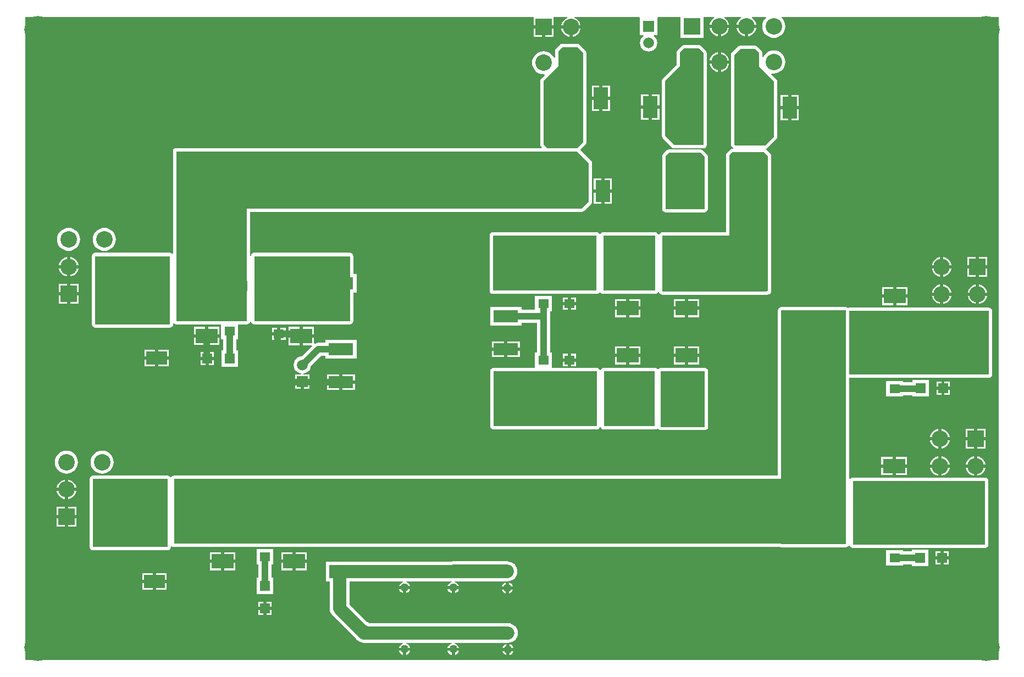
<source format=gtl>
G04*
G04 #@! TF.GenerationSoftware,Altium Limited,Altium Designer,24.2.2 (26)*
G04*
G04 Layer_Physical_Order=1*
G04 Layer_Color=255*
%FSLAX44Y44*%
%MOMM*%
G71*
G04*
G04 #@! TF.SameCoordinates,1BD910DE-209E-4C6D-8DAE-2763C1CA0569*
G04*
G04*
G04 #@! TF.FilePolarity,Positive*
G04*
G01*
G75*
%ADD27R,3.8100X1.9050*%
%ADD28R,1.5240X1.5240*%
%ADD29R,1.5240X1.5240*%
%ADD30R,3.2000X2.0000*%
%ADD31R,2.5400X2.5400*%
%ADD32R,5.1000X2.3000*%
%ADD33R,1.6000X1.4000*%
%ADD34R,3.4000X2.3000*%
%ADD35R,2.3000X5.1000*%
%ADD36R,2.3000X3.4000*%
%ADD37R,1.4000X1.6000*%
%ADD57C,2.0000*%
%ADD58C,1.0000*%
%ADD59R,6.7400X8.6000*%
%ADD60R,7.9000X8.5000*%
%ADD61R,15.9000X8.5000*%
%ADD62R,16.1400X8.6000*%
%ADD63R,8.0000X8.5000*%
%ADD64R,16.0000X8.5000*%
%ADD65R,14.7600X10.0000*%
%ADD66R,10.8600X19.1100*%
%ADD67R,11.5000X10.5000*%
%ADD68R,20.4000X9.8000*%
%ADD69R,21.5000X9.8000*%
%ADD70R,101.5000X10.0000*%
%ADD71R,10.0000X36.0400*%
%ADD72C,2.5400*%
%ADD73R,2.5400X2.5400*%
%ADD74R,1.7780X1.7780*%
%ADD75R,1.6700X1.6700*%
%ADD76C,1.6700*%
%ADD77C,1.2700*%
%ADD78R,1.2700X1.2700*%
%ADD79C,4.2000*%
G36*
X1505182Y6118D02*
X6118D01*
X6118Y997182D01*
X787888D01*
X789022Y996855D01*
X789022Y995912D01*
Y984115D01*
X819502D01*
Y995912D01*
X819502Y996855D01*
X820637Y997182D01*
X840707D01*
X840895Y995912D01*
X840402Y995763D01*
X837755Y994348D01*
X835434Y992443D01*
X833529Y990123D01*
X832114Y987475D01*
X831243Y984602D01*
X831195Y984115D01*
X861330D01*
X861282Y984602D01*
X860410Y987475D01*
X858995Y990123D01*
X857091Y992443D01*
X854770Y994348D01*
X852123Y995763D01*
X851629Y995912D01*
X851818Y997182D01*
X951725D01*
X952650Y996350D01*
X952650Y995912D01*
Y969650D01*
X957688D01*
X958119Y968380D01*
X956479Y967121D01*
X954339Y964333D01*
X952994Y961085D01*
X952535Y957600D01*
X952994Y954115D01*
X954339Y950867D01*
X956479Y948079D01*
X959267Y945939D01*
X962515Y944594D01*
X966000Y944135D01*
X969485Y944594D01*
X972733Y945939D01*
X975521Y948079D01*
X977661Y950867D01*
X979006Y954115D01*
X979465Y957600D01*
X979006Y961085D01*
X977661Y964333D01*
X975521Y967121D01*
X973881Y968380D01*
X974312Y969650D01*
X979350D01*
Y995912D01*
X979350Y996350D01*
X980275Y997182D01*
X1015055D01*
Y965193D01*
X1050455D01*
Y997182D01*
X1066465D01*
X1066783Y995912D01*
X1066247Y995626D01*
X1063926Y993721D01*
X1062022Y991401D01*
X1060607Y988753D01*
X1059735Y985880D01*
X1059687Y985393D01*
X1089822D01*
X1089774Y985880D01*
X1088903Y988753D01*
X1087488Y991401D01*
X1085583Y993721D01*
X1083263Y995626D01*
X1082726Y995912D01*
X1083044Y997182D01*
X1108465D01*
X1108783Y995912D01*
X1108247Y995626D01*
X1105926Y993721D01*
X1104022Y991401D01*
X1102607Y988753D01*
X1101735Y985880D01*
X1101687Y985393D01*
X1131822D01*
X1131774Y985880D01*
X1130903Y988753D01*
X1129488Y991401D01*
X1127583Y993721D01*
X1125263Y995626D01*
X1124726Y995912D01*
X1125044Y997182D01*
X1146381D01*
X1146809Y995987D01*
X1146178Y995469D01*
X1143967Y992774D01*
X1142323Y989699D01*
X1141311Y986363D01*
X1140969Y982893D01*
X1141311Y979423D01*
X1142323Y976087D01*
X1143967Y973012D01*
X1146178Y970316D01*
X1148874Y968105D01*
X1151948Y966461D01*
X1155285Y965449D01*
X1158755Y965107D01*
X1162225Y965449D01*
X1165561Y966461D01*
X1168636Y968105D01*
X1171331Y970316D01*
X1173543Y973012D01*
X1175187Y976087D01*
X1176199Y979423D01*
X1176540Y982893D01*
X1176199Y986363D01*
X1175187Y989699D01*
X1173543Y992774D01*
X1171331Y995469D01*
X1170701Y995987D01*
X1171128Y997182D01*
X1505182D01*
X1505182Y6118D01*
D02*
G37*
%LPC*%
G36*
X1131822Y980393D02*
X1119255D01*
Y967825D01*
X1119742Y967873D01*
X1122615Y968745D01*
X1125263Y970160D01*
X1127583Y972064D01*
X1129488Y974385D01*
X1130903Y977032D01*
X1131774Y979905D01*
X1131822Y980393D01*
D02*
G37*
G36*
X1114255D02*
X1101687D01*
X1101735Y979905D01*
X1102607Y977032D01*
X1104022Y974385D01*
X1105926Y972064D01*
X1108247Y970160D01*
X1110894Y968745D01*
X1113767Y967873D01*
X1114255Y967825D01*
Y980393D01*
D02*
G37*
G36*
X1089822D02*
X1077255D01*
Y967825D01*
X1077742Y967873D01*
X1080615Y968745D01*
X1083263Y970160D01*
X1085583Y972064D01*
X1087488Y974385D01*
X1088903Y977032D01*
X1089774Y979905D01*
X1089822Y980393D01*
D02*
G37*
G36*
X1072255D02*
X1059687D01*
X1059735Y979905D01*
X1060607Y977032D01*
X1062022Y974385D01*
X1063926Y972064D01*
X1066247Y970160D01*
X1068895Y968745D01*
X1071767Y967873D01*
X1072255Y967825D01*
Y980393D01*
D02*
G37*
G36*
X861330Y979115D02*
X848762D01*
Y966547D01*
X849250Y966595D01*
X852123Y967467D01*
X854770Y968882D01*
X857091Y970786D01*
X858995Y973107D01*
X860410Y975754D01*
X861282Y978627D01*
X861330Y979115D01*
D02*
G37*
G36*
X843762D02*
X831195D01*
X831243Y978627D01*
X832114Y975754D01*
X833529Y973107D01*
X835434Y970786D01*
X837755Y968882D01*
X840402Y967467D01*
X843275Y966595D01*
X843762Y966547D01*
Y979115D01*
D02*
G37*
G36*
X819502D02*
X806762D01*
Y966375D01*
X819502D01*
Y979115D01*
D02*
G37*
G36*
X801762D02*
X789022D01*
Y966375D01*
X801762D01*
Y979115D01*
D02*
G37*
G36*
X856000Y956098D02*
X833000D01*
X831049Y955710D01*
X829395Y954605D01*
X823395Y948605D01*
X822290Y946951D01*
X821902Y945000D01*
Y934110D01*
X821762Y934035D01*
X820096Y934541D01*
X819051Y936496D01*
X816839Y939191D01*
X814144Y941403D01*
X811069Y943047D01*
X807732Y944059D01*
X804262Y944400D01*
X800792Y944059D01*
X797456Y943047D01*
X794381Y941403D01*
X791686Y939191D01*
X789474Y936496D01*
X787831Y933421D01*
X786818Y930085D01*
X786477Y926615D01*
X786818Y923145D01*
X787831Y919809D01*
X789474Y916734D01*
X791686Y914038D01*
X794381Y911827D01*
X797456Y910183D01*
X800792Y909171D01*
X804262Y908829D01*
X805000Y908902D01*
X805543Y907754D01*
X800395Y902606D01*
X799290Y900953D01*
X798902Y899002D01*
X798902Y801000D01*
X799290Y799049D01*
X800395Y797395D01*
X801519Y796271D01*
X801033Y795098D01*
X238400Y795099D01*
X236449Y794711D01*
X234795Y793606D01*
X233690Y791952D01*
X233302Y790001D01*
X233302Y719600D01*
X233302Y719600D01*
Y709333D01*
X233302Y701999D01*
X233302Y701999D01*
Y632449D01*
X232032Y632064D01*
X232005Y632105D01*
X230351Y633210D01*
X228400Y633598D01*
X113400D01*
X111449Y633210D01*
X109795Y632105D01*
X108690Y630451D01*
X108302Y628500D01*
Y523500D01*
X108690Y521549D01*
X109795Y519895D01*
X111449Y518790D01*
X113400Y518402D01*
X228400D01*
X230351Y518790D01*
X232005Y519895D01*
X233110Y521549D01*
X233498Y523500D01*
Y524551D01*
X234768Y524936D01*
X234795Y524895D01*
X236449Y523790D01*
X238400Y523402D01*
X307400D01*
Y500600D01*
X310314D01*
Y483220D01*
X307780D01*
Y457980D01*
X333020D01*
Y483220D01*
X330486D01*
Y500600D01*
X333400D01*
Y523402D01*
X347000D01*
X348951Y523790D01*
X350605Y524895D01*
X351710Y526549D01*
X352098Y528500D01*
X353302D01*
X353690Y526549D01*
X354795Y524895D01*
X356449Y523790D01*
X358400Y523402D01*
X506000D01*
X507951Y523790D01*
X509605Y524895D01*
X510710Y526549D01*
X511098Y528500D01*
Y571975D01*
X516050D01*
Y601025D01*
X511098D01*
Y628500D01*
X510710Y630451D01*
X509605Y632105D01*
X507951Y633210D01*
X506000Y633598D01*
X358400D01*
X356449Y633210D01*
X354795Y632105D01*
X353690Y630451D01*
X353368Y628832D01*
X352098Y628957D01*
Y696901D01*
X863000Y696902D01*
X864951Y697290D01*
X866605Y698395D01*
X877605Y709395D01*
X878710Y711049D01*
X879098Y713000D01*
Y772000D01*
X878710Y773951D01*
X877605Y775605D01*
X860710Y792500D01*
X868605Y800395D01*
X869710Y802049D01*
X869998Y803500D01*
X870500D01*
Y836500D01*
X870098D01*
Y942000D01*
X869710Y943951D01*
X868605Y945605D01*
X859605Y954605D01*
X857951Y955710D01*
X856000Y956098D01*
D02*
G37*
G36*
X1077255Y942960D02*
Y930393D01*
X1089822D01*
X1089774Y930880D01*
X1088903Y933753D01*
X1087488Y936401D01*
X1085583Y938721D01*
X1083263Y940626D01*
X1080615Y942041D01*
X1077742Y942912D01*
X1077255Y942960D01*
D02*
G37*
G36*
X1072255D02*
X1071767Y942912D01*
X1068895Y942041D01*
X1066247Y940626D01*
X1063926Y938721D01*
X1062022Y936401D01*
X1060607Y933753D01*
X1059735Y930880D01*
X1059687Y930393D01*
X1072255D01*
Y942960D01*
D02*
G37*
G36*
X1089822Y925393D02*
X1077255D01*
Y912825D01*
X1077742Y912873D01*
X1080615Y913745D01*
X1083263Y915160D01*
X1085583Y917064D01*
X1087488Y919385D01*
X1088903Y922032D01*
X1089774Y924905D01*
X1089822Y925393D01*
D02*
G37*
G36*
X1072255D02*
X1059687D01*
X1059735Y924905D01*
X1060607Y922032D01*
X1062022Y919385D01*
X1063926Y917064D01*
X1066247Y915160D01*
X1068895Y913745D01*
X1071767Y912873D01*
X1072255Y912825D01*
Y925393D01*
D02*
G37*
G36*
X1130000Y953098D02*
X1107000D01*
X1105049Y952710D01*
X1103395Y951605D01*
X1094395Y942605D01*
X1093290Y940951D01*
X1092902Y939000D01*
Y801000D01*
X1093290Y799049D01*
X1094395Y797395D01*
X1096395Y795395D01*
X1096436Y795368D01*
X1096051Y794098D01*
X1095000D01*
X1093049Y793710D01*
X1091395Y792605D01*
X1086395Y787605D01*
X1085290Y785951D01*
X1084902Y784000D01*
X1084902Y665398D01*
X987000D01*
X985049Y665010D01*
X983395Y663905D01*
X982290Y662251D01*
X982147Y661534D01*
X980853D01*
X980710Y662251D01*
X979605Y663905D01*
X977951Y665010D01*
X976000Y665398D01*
X896000D01*
X894049Y665010D01*
X892395Y663905D01*
X891764Y662960D01*
X890236D01*
X889605Y663905D01*
X887951Y665010D01*
X886000Y665398D01*
X726000D01*
X724049Y665010D01*
X722395Y663905D01*
X721290Y662251D01*
X720902Y660300D01*
Y575300D01*
X721290Y573349D01*
X721950Y572361D01*
Y571975D01*
X722208D01*
X722395Y571695D01*
X724049Y570590D01*
X726000Y570202D01*
X886000D01*
X887951Y570590D01*
X889605Y571695D01*
X890236Y572640D01*
X891764D01*
X892395Y571695D01*
X894049Y570590D01*
X896000Y570202D01*
X976000D01*
X977951Y570590D01*
X979605Y571695D01*
X980710Y573349D01*
X980753Y573566D01*
X982048D01*
X982290Y572349D01*
X983395Y570695D01*
X985049Y569590D01*
X987000Y569202D01*
X1148400D01*
X1149909Y569502D01*
X1150000D01*
X1151951Y569890D01*
X1153605Y570995D01*
X1154710Y572649D01*
X1155098Y574600D01*
X1155098Y783000D01*
X1154710Y784951D01*
X1153605Y786605D01*
X1147605Y792605D01*
X1147004Y793006D01*
X1146982Y793540D01*
X1147160Y794430D01*
X1148605Y795395D01*
X1162605Y809395D01*
X1163710Y811049D01*
X1164098Y813000D01*
X1164098Y898000D01*
X1163710Y899951D01*
X1162605Y901605D01*
X1157605Y906605D01*
X1157605Y906605D01*
X1154868Y909341D01*
X1155586Y910419D01*
X1158755Y910107D01*
X1162225Y910449D01*
X1165561Y911461D01*
X1168636Y913105D01*
X1171331Y915316D01*
X1173543Y918012D01*
X1175187Y921087D01*
X1176199Y924423D01*
X1176540Y927893D01*
X1176199Y931363D01*
X1175187Y934699D01*
X1173543Y937774D01*
X1171331Y940469D01*
X1168636Y942681D01*
X1165561Y944325D01*
X1162225Y945337D01*
X1158755Y945678D01*
X1155285Y945337D01*
X1151948Y944325D01*
X1148874Y942681D01*
X1146178Y940469D01*
X1143967Y937774D01*
X1142323Y934699D01*
X1141098Y935036D01*
Y942000D01*
X1140710Y943951D01*
X1139605Y945605D01*
X1133605Y951605D01*
X1131951Y952710D01*
X1130000Y953098D01*
D02*
G37*
G36*
X906640Y891140D02*
X895100D01*
Y874100D01*
X906640D01*
Y891140D01*
D02*
G37*
G36*
X890100D02*
X878560D01*
Y874100D01*
X890100D01*
Y891140D01*
D02*
G37*
G36*
X982440Y878140D02*
X970900D01*
Y861100D01*
X982440D01*
Y878140D01*
D02*
G37*
G36*
X965900D02*
X954360D01*
Y861100D01*
X965900D01*
Y878140D01*
D02*
G37*
G36*
X1197440Y877140D02*
X1185900D01*
Y860100D01*
X1197440D01*
Y877140D01*
D02*
G37*
G36*
X1180900D02*
X1169360D01*
Y860100D01*
X1180900D01*
Y877140D01*
D02*
G37*
G36*
X906640Y869100D02*
X895100D01*
Y852060D01*
X906640D01*
Y869100D01*
D02*
G37*
G36*
X890100D02*
X878560D01*
Y852060D01*
X890100D01*
Y869100D01*
D02*
G37*
G36*
X982440Y856100D02*
X970900D01*
Y839060D01*
X982440D01*
Y856100D01*
D02*
G37*
G36*
X965900D02*
X954360D01*
Y839060D01*
X965900D01*
Y856100D01*
D02*
G37*
G36*
X1197440Y855100D02*
X1185900D01*
Y838060D01*
X1197440D01*
Y855100D01*
D02*
G37*
G36*
X1180900D02*
X1169360D01*
Y838060D01*
X1180900D01*
Y855100D01*
D02*
G37*
G36*
X1043400Y953698D02*
X1020400D01*
X1018449Y953310D01*
X1016795Y952205D01*
X1010795Y946205D01*
X1009690Y944551D01*
X1009302Y942600D01*
Y923712D01*
X992795Y907205D01*
X987795Y902205D01*
X986690Y900551D01*
X986302Y898600D01*
X986302Y813600D01*
X986690Y811649D01*
X987795Y809995D01*
X1001795Y795995D01*
X1003449Y794890D01*
X1005400Y794502D01*
X1050400D01*
X1052351Y794890D01*
X1054005Y795995D01*
X1055110Y797649D01*
X1055498Y799600D01*
Y941600D01*
X1055110Y943551D01*
X1054005Y945205D01*
X1047005Y952205D01*
X1045351Y953310D01*
X1043400Y953698D01*
D02*
G37*
G36*
X909440Y748140D02*
X897900D01*
Y731100D01*
X909440D01*
Y748140D01*
D02*
G37*
G36*
X892900D02*
X881360D01*
Y731100D01*
X892900D01*
Y748140D01*
D02*
G37*
G36*
X909440Y726100D02*
X897900D01*
Y709060D01*
X909440D01*
Y726100D01*
D02*
G37*
G36*
X892900D02*
X881360D01*
Y709060D01*
X892900D01*
Y726100D01*
D02*
G37*
G36*
X1046000Y793098D02*
X997000D01*
X995049Y792710D01*
X993395Y791605D01*
X988395Y786605D01*
X987290Y784951D01*
X986902Y783000D01*
X986902Y701000D01*
X987290Y699049D01*
X988395Y697395D01*
X990049Y696290D01*
X992000Y695902D01*
X1052000Y695902D01*
X1053951Y696290D01*
X1055605Y697395D01*
X1056710Y699049D01*
X1057098Y701000D01*
X1057098Y782000D01*
X1056710Y783951D01*
X1055605Y785605D01*
X1049605Y791605D01*
X1047951Y792710D01*
X1046000Y793098D01*
D02*
G37*
G36*
X127500Y672086D02*
X124030Y671744D01*
X120694Y670732D01*
X117619Y669088D01*
X114924Y666876D01*
X112712Y664181D01*
X111068Y661106D01*
X110056Y657770D01*
X109714Y654300D01*
X110056Y650830D01*
X111068Y647494D01*
X112712Y644419D01*
X114924Y641724D01*
X117619Y639512D01*
X120694Y637868D01*
X124030Y636856D01*
X127500Y636514D01*
X130970Y636856D01*
X134306Y637868D01*
X137381Y639512D01*
X140076Y641724D01*
X142288Y644419D01*
X143932Y647494D01*
X144944Y650830D01*
X145286Y654300D01*
X144944Y657770D01*
X143932Y661106D01*
X142288Y664181D01*
X140076Y666876D01*
X137381Y669088D01*
X134306Y670732D01*
X130970Y671744D01*
X127500Y672086D01*
D02*
G37*
G36*
X72500D02*
X69030Y671744D01*
X65694Y670732D01*
X62619Y669088D01*
X59924Y666876D01*
X57712Y664181D01*
X56068Y661106D01*
X55056Y657770D01*
X54714Y654300D01*
X55056Y650830D01*
X56068Y647494D01*
X57712Y644419D01*
X59924Y641724D01*
X62619Y639512D01*
X65694Y637868D01*
X69030Y636856D01*
X72500Y636514D01*
X75970Y636856D01*
X79306Y637868D01*
X82381Y639512D01*
X85076Y641724D01*
X87288Y644419D01*
X88932Y647494D01*
X89944Y650830D01*
X90286Y654300D01*
X89944Y657770D01*
X88932Y661106D01*
X87288Y664181D01*
X85076Y666876D01*
X82381Y669088D01*
X79306Y670732D01*
X75970Y671744D01*
X72500Y672086D01*
D02*
G37*
G36*
X75000Y627368D02*
Y614800D01*
X87568D01*
X87520Y615288D01*
X86648Y618160D01*
X85233Y620808D01*
X83329Y623129D01*
X81008Y625033D01*
X78360Y626448D01*
X75488Y627319D01*
X75000Y627368D01*
D02*
G37*
G36*
X70000Y627368D02*
X69513Y627319D01*
X66640Y626448D01*
X63992Y625033D01*
X61672Y623129D01*
X59767Y620808D01*
X58352Y618160D01*
X57481Y615288D01*
X57432Y614800D01*
X70000D01*
Y627368D01*
D02*
G37*
G36*
X1487740Y627240D02*
X1475000D01*
Y614500D01*
X1487740D01*
Y627240D01*
D02*
G37*
G36*
X1470000D02*
X1457260D01*
Y614500D01*
X1470000D01*
Y627240D01*
D02*
G37*
G36*
X1420000Y627067D02*
Y614500D01*
X1432567D01*
X1432520Y614988D01*
X1431648Y617860D01*
X1430233Y620508D01*
X1428329Y622828D01*
X1426008Y624733D01*
X1423360Y626148D01*
X1420488Y627020D01*
X1420000Y627067D01*
D02*
G37*
G36*
X1415000Y627067D02*
X1414512Y627020D01*
X1411640Y626148D01*
X1408992Y624733D01*
X1406672Y622828D01*
X1404767Y620508D01*
X1403352Y617860D01*
X1402480Y614988D01*
X1402433Y614500D01*
X1415000D01*
Y627067D01*
D02*
G37*
G36*
X87568Y609800D02*
X75000D01*
Y597233D01*
X75488Y597281D01*
X78360Y598152D01*
X81008Y599567D01*
X83329Y601472D01*
X85233Y603792D01*
X86648Y606440D01*
X87520Y609312D01*
X87568Y609800D01*
D02*
G37*
G36*
X70000D02*
X57432D01*
X57481Y609312D01*
X58352Y606440D01*
X59767Y603792D01*
X61672Y601472D01*
X63992Y599567D01*
X66640Y598152D01*
X69513Y597281D01*
X70000Y597233D01*
Y609800D01*
D02*
G37*
G36*
X1432567Y609500D02*
X1420000D01*
Y596932D01*
X1420488Y596981D01*
X1423360Y597852D01*
X1426008Y599267D01*
X1428329Y601172D01*
X1430233Y603492D01*
X1431648Y606140D01*
X1432520Y609012D01*
X1432567Y609500D01*
D02*
G37*
G36*
X1415000D02*
X1402433D01*
X1402480Y609012D01*
X1403352Y606140D01*
X1404767Y603492D01*
X1406672Y601172D01*
X1408992Y599267D01*
X1411640Y597852D01*
X1414512Y596981D01*
X1415000Y596932D01*
Y609500D01*
D02*
G37*
G36*
X1487740Y609500D02*
X1475000D01*
Y596760D01*
X1487740D01*
Y609500D01*
D02*
G37*
G36*
X1470000D02*
X1457260D01*
Y596760D01*
X1470000D01*
Y609500D01*
D02*
G37*
G36*
X87740Y585540D02*
X75000D01*
Y572800D01*
X87740D01*
Y585540D01*
D02*
G37*
G36*
X70000D02*
X57260D01*
Y572800D01*
X70000D01*
Y585540D01*
D02*
G37*
G36*
X1475000Y585067D02*
Y572500D01*
X1487567D01*
X1487520Y572988D01*
X1486648Y575860D01*
X1485233Y578508D01*
X1483329Y580829D01*
X1481008Y582733D01*
X1478360Y584148D01*
X1475488Y585019D01*
X1475000Y585067D01*
D02*
G37*
G36*
X1470000Y585067D02*
X1469512Y585019D01*
X1466640Y584148D01*
X1463992Y582733D01*
X1461671Y580829D01*
X1459767Y578508D01*
X1458352Y575860D01*
X1457480Y572988D01*
X1457433Y572500D01*
X1470000D01*
Y585067D01*
D02*
G37*
G36*
X1420000D02*
Y572500D01*
X1432567D01*
X1432520Y572988D01*
X1431648Y575860D01*
X1430233Y578508D01*
X1428329Y580829D01*
X1426008Y582733D01*
X1423360Y584148D01*
X1420488Y585019D01*
X1420000Y585067D01*
D02*
G37*
G36*
X1415000D02*
X1414512Y585019D01*
X1411640Y584148D01*
X1408992Y582733D01*
X1406672Y580829D01*
X1404767Y578508D01*
X1403352Y575860D01*
X1402480Y572988D01*
X1402433Y572500D01*
X1415000D01*
Y585067D01*
D02*
G37*
G36*
X1364540Y581040D02*
X1347500D01*
Y569500D01*
X1364540D01*
Y581040D01*
D02*
G37*
G36*
X1342500D02*
X1325460D01*
Y569500D01*
X1342500D01*
Y581040D01*
D02*
G37*
G36*
X854540Y564840D02*
X846500D01*
Y557800D01*
X854540D01*
Y564840D01*
D02*
G37*
G36*
X841500D02*
X833460D01*
Y557800D01*
X841500D01*
Y564840D01*
D02*
G37*
G36*
X87740Y567800D02*
X75000D01*
Y555060D01*
X87740D01*
Y567800D01*
D02*
G37*
G36*
X70000D02*
X57260D01*
Y555060D01*
X70000D01*
Y567800D01*
D02*
G37*
G36*
X1487567Y567500D02*
X1475000D01*
Y554933D01*
X1475488Y554981D01*
X1478360Y555852D01*
X1481008Y557267D01*
X1483329Y559172D01*
X1485233Y561492D01*
X1486648Y564140D01*
X1487520Y567012D01*
X1487567Y567500D01*
D02*
G37*
G36*
X1432567Y567500D02*
X1420000D01*
Y554933D01*
X1420488Y554981D01*
X1423360Y555852D01*
X1426008Y557267D01*
X1428329Y559172D01*
X1430233Y561492D01*
X1431648Y564140D01*
X1432520Y567012D01*
X1432567Y567500D01*
D02*
G37*
G36*
X1415000D02*
X1402433D01*
X1402480Y567012D01*
X1403352Y564140D01*
X1404767Y561492D01*
X1406672Y559172D01*
X1408992Y557267D01*
X1411640Y555852D01*
X1414512Y554981D01*
X1415000Y554933D01*
Y567500D01*
D02*
G37*
G36*
X1470000Y567500D02*
X1457433D01*
X1457480Y567012D01*
X1458352Y564140D01*
X1459767Y561492D01*
X1461671Y559172D01*
X1463992Y557267D01*
X1466640Y555852D01*
X1469512Y554981D01*
X1470000Y554933D01*
Y567500D01*
D02*
G37*
G36*
X1364540Y564500D02*
X1347500D01*
Y552960D01*
X1364540D01*
Y564500D01*
D02*
G37*
G36*
X1342500D02*
X1325460D01*
Y552960D01*
X1342500D01*
Y564500D01*
D02*
G37*
G36*
X953540Y562340D02*
X936500D01*
Y550800D01*
X953540D01*
Y562340D01*
D02*
G37*
G36*
X931500D02*
X914460D01*
Y550800D01*
X931500D01*
Y562340D01*
D02*
G37*
G36*
X1043540D02*
X1026500D01*
Y550800D01*
X1043540D01*
Y562340D01*
D02*
G37*
G36*
X1021500D02*
X1004460D01*
Y550800D01*
X1021500D01*
Y562340D01*
D02*
G37*
G36*
X817000Y567300D02*
X791000D01*
Y545786D01*
X770050D01*
Y550225D01*
X721950D01*
Y521175D01*
X770050D01*
Y525614D01*
X793914D01*
Y480300D01*
X791000D01*
Y456398D01*
X727000D01*
X725049Y456010D01*
X723395Y454905D01*
X722290Y453251D01*
X721902Y451300D01*
Y366300D01*
X722290Y364349D01*
X723395Y362695D01*
X725049Y361590D01*
X727000Y361202D01*
X886000D01*
X887951Y361590D01*
X889605Y362695D01*
X890710Y364349D01*
X890853Y365066D01*
X892148D01*
X892290Y364349D01*
X893395Y362695D01*
X895049Y361590D01*
X897000Y361202D01*
X976000D01*
X977951Y361590D01*
X979605Y362695D01*
X980930Y362392D01*
X981395Y361695D01*
X983049Y360590D01*
X985000Y360202D01*
X1052400D01*
X1054351Y360590D01*
X1056005Y361695D01*
X1057110Y363349D01*
X1057498Y365300D01*
Y451300D01*
X1057110Y453251D01*
X1056005Y454905D01*
X1054351Y456010D01*
X1052400Y456398D01*
X985000D01*
X983049Y456010D01*
X981395Y454905D01*
X981135Y454515D01*
X979865D01*
X979605Y454905D01*
X977951Y456010D01*
X976000Y456398D01*
X897000D01*
X895049Y456010D01*
X893395Y454905D01*
X892290Y453251D01*
X892148Y452534D01*
X890853D01*
X890710Y453251D01*
X889605Y454905D01*
X887951Y456010D01*
X886000Y456398D01*
X817000D01*
Y480300D01*
X814086D01*
Y533300D01*
Y543300D01*
X817000D01*
Y567300D01*
D02*
G37*
G36*
X854540Y552800D02*
X846500D01*
Y545760D01*
X854540D01*
Y552800D01*
D02*
G37*
G36*
X841500D02*
X833460D01*
Y545760D01*
X841500D01*
Y552800D01*
D02*
G37*
G36*
X1043540Y545800D02*
X1026500D01*
Y534260D01*
X1043540D01*
Y545800D01*
D02*
G37*
G36*
X1021500D02*
X1004460D01*
Y534260D01*
X1021500D01*
Y545800D01*
D02*
G37*
G36*
X953540Y545800D02*
X936500D01*
Y534260D01*
X953540D01*
Y545800D01*
D02*
G37*
G36*
X931500D02*
X914460D01*
Y534260D01*
X931500D01*
Y545800D01*
D02*
G37*
G36*
X406940Y518140D02*
X398900D01*
Y511100D01*
X406940D01*
Y518140D01*
D02*
G37*
G36*
X393900D02*
X385860D01*
Y511100D01*
X393900D01*
Y518140D01*
D02*
G37*
G36*
X304940Y519640D02*
X287900D01*
Y508100D01*
X304940D01*
Y519640D01*
D02*
G37*
G36*
X282900D02*
X265860D01*
Y508100D01*
X282900D01*
Y519640D01*
D02*
G37*
G36*
X450540Y519340D02*
X433500D01*
Y507800D01*
X450540D01*
Y519340D01*
D02*
G37*
G36*
X428500D02*
X411460D01*
Y507800D01*
X428500D01*
Y519340D01*
D02*
G37*
G36*
X406940Y506100D02*
X398900D01*
Y499060D01*
X406940D01*
Y506100D01*
D02*
G37*
G36*
X393900D02*
X385860D01*
Y499060D01*
X393900D01*
Y506100D01*
D02*
G37*
G36*
X304940Y503100D02*
X287900D01*
Y491560D01*
X304940D01*
Y503100D01*
D02*
G37*
G36*
X282900D02*
X265860D01*
Y491560D01*
X282900D01*
Y503100D01*
D02*
G37*
G36*
X428500Y502800D02*
X411460D01*
Y491260D01*
X428500D01*
Y502800D01*
D02*
G37*
G36*
X767590Y496965D02*
X748500D01*
Y487400D01*
X767590D01*
Y496965D01*
D02*
G37*
G36*
X743500D02*
X724410D01*
Y487400D01*
X743500D01*
Y496965D01*
D02*
G37*
G36*
X1043540Y489340D02*
X1026500D01*
Y477800D01*
X1043540D01*
Y489340D01*
D02*
G37*
G36*
X1021500D02*
X1004460D01*
Y477800D01*
X1021500D01*
Y489340D01*
D02*
G37*
G36*
X953540D02*
X936500D01*
Y477800D01*
X953540D01*
Y489340D01*
D02*
G37*
G36*
X931500D02*
X914460D01*
Y477800D01*
X931500D01*
Y489340D01*
D02*
G37*
G36*
X226540Y483800D02*
X210500D01*
Y473760D01*
X226540D01*
Y483800D01*
D02*
G37*
G36*
X205500D02*
X189460D01*
Y473760D01*
X205500D01*
Y483800D01*
D02*
G37*
G36*
X296270Y480760D02*
X288610D01*
Y473100D01*
X296270D01*
Y480760D01*
D02*
G37*
G36*
X283610D02*
X275950D01*
Y473100D01*
X283610D01*
Y480760D01*
D02*
G37*
G36*
X767590Y482400D02*
X748500D01*
Y472835D01*
X767590D01*
Y482400D01*
D02*
G37*
G36*
X743500D02*
X724410D01*
Y472835D01*
X743500D01*
Y482400D01*
D02*
G37*
G36*
X854540Y477840D02*
X846500D01*
Y470800D01*
X854540D01*
Y477840D01*
D02*
G37*
G36*
X841500D02*
X833460D01*
Y470800D01*
X841500D01*
Y477840D01*
D02*
G37*
G36*
X450540Y502800D02*
X433500D01*
Y491260D01*
X447237D01*
X447723Y490087D01*
X431680Y474044D01*
X429115Y473706D01*
X425867Y472361D01*
X423079Y470221D01*
X420939Y467433D01*
X419594Y464185D01*
X419135Y460700D01*
X419594Y457215D01*
X420939Y453967D01*
X423079Y451179D01*
X425867Y449039D01*
X429115Y447694D01*
X430890Y447460D01*
X430807Y446190D01*
X421710D01*
Y437800D01*
X432600D01*
X443490D01*
Y446190D01*
X434394D01*
X434310Y447460D01*
X436085Y447694D01*
X439333Y449039D01*
X442121Y451179D01*
X444261Y453967D01*
X445606Y457215D01*
X445944Y459780D01*
X460978Y474814D01*
X467950D01*
Y470375D01*
X516050D01*
Y499425D01*
X467950D01*
Y494986D01*
X456800D01*
X454189Y494643D01*
X451757Y493635D01*
X451679Y493575D01*
X450540Y494137D01*
Y502800D01*
D02*
G37*
G36*
X1043540Y472800D02*
X1026500D01*
Y461260D01*
X1043540D01*
Y472800D01*
D02*
G37*
G36*
X1021500D02*
X1004460D01*
Y461260D01*
X1021500D01*
Y472800D01*
D02*
G37*
G36*
X953540Y472800D02*
X936500D01*
Y461260D01*
X953540D01*
Y472800D01*
D02*
G37*
G36*
X931500D02*
X914460D01*
Y461260D01*
X931500D01*
Y472800D01*
D02*
G37*
G36*
X296270Y468100D02*
X288610D01*
Y460440D01*
X296270D01*
Y468100D01*
D02*
G37*
G36*
X283610D02*
X275950D01*
Y460440D01*
X283610D01*
Y468100D01*
D02*
G37*
G36*
X854540Y465800D02*
X846500D01*
Y458760D01*
X854540D01*
Y465800D01*
D02*
G37*
G36*
X841500D02*
X833460D01*
Y458760D01*
X841500D01*
Y465800D01*
D02*
G37*
G36*
X226540Y468760D02*
X210500D01*
Y458720D01*
X226540D01*
Y468760D01*
D02*
G37*
G36*
X205500D02*
X189460D01*
Y458720D01*
X205500D01*
Y468760D01*
D02*
G37*
G36*
X513590Y446165D02*
X494500D01*
Y436600D01*
X513590D01*
Y446165D01*
D02*
G37*
G36*
X489500D02*
X470410D01*
Y436600D01*
X489500D01*
Y446165D01*
D02*
G37*
G36*
X1397620Y437620D02*
X1372380D01*
Y434086D01*
X1358000D01*
Y436000D01*
X1332000D01*
Y412000D01*
X1358000D01*
Y413914D01*
X1372380D01*
Y412380D01*
X1397620D01*
Y437620D01*
D02*
G37*
G36*
X1429450Y435160D02*
X1421790D01*
Y427500D01*
X1429450D01*
Y435160D01*
D02*
G37*
G36*
X1416790D02*
X1409130D01*
Y427500D01*
X1416790D01*
Y435160D01*
D02*
G37*
G36*
X443490Y432800D02*
X435100D01*
Y424410D01*
X443490D01*
Y432800D01*
D02*
G37*
G36*
X430100D02*
X421710D01*
Y424410D01*
X430100D01*
Y432800D01*
D02*
G37*
G36*
X513590Y431600D02*
X494500D01*
Y422035D01*
X513590D01*
Y431600D01*
D02*
G37*
G36*
X489500D02*
X470410D01*
Y422035D01*
X489500D01*
Y431600D01*
D02*
G37*
G36*
X1429450Y422500D02*
X1421790D01*
Y414840D01*
X1429450D01*
Y422500D01*
D02*
G37*
G36*
X1416790D02*
X1409130D01*
Y414840D01*
X1416790D01*
Y422500D01*
D02*
G37*
G36*
X1484740Y362240D02*
X1472000D01*
Y349500D01*
X1484740D01*
Y362240D01*
D02*
G37*
G36*
X1467000D02*
X1454260D01*
Y349500D01*
X1467000D01*
Y362240D01*
D02*
G37*
G36*
X1417000Y362067D02*
Y349500D01*
X1429568D01*
X1429520Y349988D01*
X1428648Y352860D01*
X1427233Y355508D01*
X1425329Y357828D01*
X1423008Y359733D01*
X1420360Y361148D01*
X1417488Y362020D01*
X1417000Y362067D01*
D02*
G37*
G36*
X1412000D02*
X1411512Y362020D01*
X1408640Y361148D01*
X1405992Y359733D01*
X1403672Y357828D01*
X1401767Y355508D01*
X1400352Y352860D01*
X1399480Y349988D01*
X1399433Y349500D01*
X1412000D01*
Y362067D01*
D02*
G37*
G36*
Y344500D02*
X1399433D01*
X1399480Y344012D01*
X1400352Y341140D01*
X1401767Y338492D01*
X1403672Y336172D01*
X1405992Y334267D01*
X1408640Y332852D01*
X1411512Y331981D01*
X1412000Y331932D01*
Y344500D01*
D02*
G37*
G36*
X1429568D02*
X1417000D01*
Y331932D01*
X1417488Y331981D01*
X1420360Y332852D01*
X1423008Y334267D01*
X1425329Y336172D01*
X1427233Y338492D01*
X1428648Y341140D01*
X1429520Y344012D01*
X1429568Y344500D01*
D02*
G37*
G36*
X1484740Y344500D02*
X1472000D01*
Y331760D01*
X1484740D01*
Y344500D01*
D02*
G37*
G36*
X1467000D02*
X1454260D01*
Y331760D01*
X1467000D01*
Y344500D01*
D02*
G37*
G36*
X1363540Y319040D02*
X1346500D01*
Y307500D01*
X1363540D01*
Y319040D01*
D02*
G37*
G36*
X1341500D02*
X1324460D01*
Y307500D01*
X1341500D01*
Y319040D01*
D02*
G37*
G36*
X1472000Y320067D02*
Y307500D01*
X1484568D01*
X1484520Y307988D01*
X1483648Y310860D01*
X1482233Y313508D01*
X1480329Y315828D01*
X1478008Y317733D01*
X1475360Y319148D01*
X1472488Y320019D01*
X1472000Y320067D01*
D02*
G37*
G36*
X1467000Y320067D02*
X1466512Y320019D01*
X1463640Y319148D01*
X1460992Y317733D01*
X1458672Y315828D01*
X1456767Y313508D01*
X1455352Y310860D01*
X1454480Y307988D01*
X1454433Y307500D01*
X1467000D01*
Y320067D01*
D02*
G37*
G36*
X1417000D02*
Y307500D01*
X1429568D01*
X1429520Y307988D01*
X1428648Y310860D01*
X1427233Y313508D01*
X1425329Y315828D01*
X1423008Y317733D01*
X1420360Y319148D01*
X1417488Y320019D01*
X1417000Y320067D01*
D02*
G37*
G36*
X1412000D02*
X1411512Y320019D01*
X1408640Y319148D01*
X1405992Y317733D01*
X1403672Y315828D01*
X1401767Y313508D01*
X1400352Y310860D01*
X1399480Y307988D01*
X1399433Y307500D01*
X1412000D01*
Y320067D01*
D02*
G37*
G36*
X124100Y328586D02*
X120630Y328244D01*
X117294Y327232D01*
X114219Y325588D01*
X111524Y323376D01*
X109312Y320681D01*
X107668Y317606D01*
X106656Y314270D01*
X106314Y310800D01*
X106656Y307330D01*
X107668Y303994D01*
X109312Y300919D01*
X111524Y298224D01*
X114219Y296012D01*
X117294Y294368D01*
X120630Y293356D01*
X124100Y293014D01*
X127570Y293356D01*
X130906Y294368D01*
X133981Y296012D01*
X136676Y298224D01*
X138888Y300919D01*
X140532Y303994D01*
X141544Y307330D01*
X141886Y310800D01*
X141544Y314270D01*
X140532Y317606D01*
X138888Y320681D01*
X136676Y323376D01*
X133981Y325588D01*
X130906Y327232D01*
X127570Y328244D01*
X124100Y328586D01*
D02*
G37*
G36*
X69100D02*
X65630Y328244D01*
X62294Y327232D01*
X59219Y325588D01*
X56524Y323376D01*
X54312Y320681D01*
X52668Y317606D01*
X51656Y314270D01*
X51314Y310800D01*
X51656Y307330D01*
X52668Y303994D01*
X54312Y300919D01*
X56524Y298224D01*
X59219Y296012D01*
X62294Y294368D01*
X65630Y293356D01*
X69100Y293014D01*
X72570Y293356D01*
X75906Y294368D01*
X78981Y296012D01*
X81676Y298224D01*
X83888Y300919D01*
X85532Y303994D01*
X86544Y307330D01*
X86886Y310800D01*
X86544Y314270D01*
X85532Y317606D01*
X83888Y320681D01*
X81676Y323376D01*
X78981Y325588D01*
X75906Y327232D01*
X72570Y328244D01*
X69100Y328586D01*
D02*
G37*
G36*
X1363540Y302500D02*
X1346500D01*
Y290960D01*
X1363540D01*
Y302500D01*
D02*
G37*
G36*
X1341500D02*
X1324460D01*
Y290960D01*
X1341500D01*
Y302500D01*
D02*
G37*
G36*
X1484568Y302500D02*
X1472000D01*
Y289932D01*
X1472488Y289981D01*
X1475360Y290852D01*
X1478008Y292267D01*
X1480329Y294172D01*
X1482233Y296492D01*
X1483648Y299140D01*
X1484520Y302013D01*
X1484568Y302500D01*
D02*
G37*
G36*
X1429568Y302500D02*
X1417000D01*
Y289932D01*
X1417488Y289981D01*
X1420360Y290852D01*
X1423008Y292267D01*
X1425329Y294172D01*
X1427233Y296492D01*
X1428648Y299140D01*
X1429520Y302013D01*
X1429568Y302500D01*
D02*
G37*
G36*
X1412000D02*
X1399433D01*
X1399480Y302013D01*
X1400352Y299140D01*
X1401767Y296492D01*
X1403672Y294172D01*
X1405992Y292267D01*
X1408640Y290852D01*
X1411512Y289981D01*
X1412000Y289932D01*
Y302500D01*
D02*
G37*
G36*
X1467000Y302500D02*
X1454433D01*
X1454480Y302013D01*
X1455352Y299140D01*
X1456767Y296492D01*
X1458672Y294172D01*
X1460992Y292267D01*
X1463640Y290852D01*
X1466512Y289981D01*
X1467000Y289932D01*
Y302500D01*
D02*
G37*
G36*
X1270000Y550098D02*
X1170000D01*
X1168049Y549710D01*
X1166395Y548605D01*
X1165290Y546951D01*
X1164902Y545000D01*
Y290098D01*
X235000D01*
X233049Y289710D01*
X231395Y288605D01*
X230764Y287660D01*
X229236D01*
X228605Y288605D01*
X226951Y289710D01*
X225000Y290098D01*
X110000D01*
X108049Y289710D01*
X106395Y288605D01*
X105290Y286951D01*
X104902Y285000D01*
Y180000D01*
X105290Y178049D01*
X106395Y176395D01*
X108049Y175290D01*
X110000Y174902D01*
X225000D01*
X226951Y175290D01*
X228605Y176395D01*
X229710Y178049D01*
X230098Y180000D01*
Y181051D01*
X231368Y181436D01*
X231395Y181395D01*
X233049Y180290D01*
X235000Y179902D01*
X1168031D01*
X1168049Y179890D01*
X1170000Y179502D01*
X1270000D01*
X1271951Y179890D01*
X1273605Y180995D01*
X1274283Y182011D01*
X1274902Y182006D01*
X1275692Y181833D01*
X1276685Y180346D01*
X1278339Y179241D01*
X1280290Y178853D01*
X1484290D01*
X1486241Y179241D01*
X1487895Y180346D01*
X1489000Y182000D01*
X1489388Y183951D01*
Y281951D01*
X1489000Y283902D01*
X1487895Y285556D01*
X1486241Y286661D01*
X1484290Y287049D01*
X1280290D01*
X1278339Y286661D01*
X1276685Y285556D01*
X1276368Y285081D01*
X1275098Y285466D01*
Y440902D01*
X1490000D01*
X1491951Y441290D01*
X1493605Y442395D01*
X1494710Y444049D01*
X1495098Y446000D01*
Y544000D01*
X1494710Y545951D01*
X1493605Y547605D01*
X1491951Y548710D01*
X1490000Y549098D01*
X1275000D01*
X1273356Y548771D01*
X1271951Y549710D01*
X1270000Y550098D01*
D02*
G37*
G36*
X71600Y283867D02*
Y271300D01*
X84167D01*
X84120Y271788D01*
X83248Y274660D01*
X81833Y277308D01*
X79928Y279628D01*
X77608Y281533D01*
X74960Y282948D01*
X72088Y283820D01*
X71600Y283867D01*
D02*
G37*
G36*
X66600Y283867D02*
X66112Y283820D01*
X63240Y282948D01*
X60592Y281533D01*
X58272Y279628D01*
X56367Y277308D01*
X54952Y274660D01*
X54081Y271788D01*
X54033Y271300D01*
X66600D01*
Y283867D01*
D02*
G37*
G36*
Y266300D02*
X54033D01*
X54081Y265812D01*
X54952Y262940D01*
X56367Y260292D01*
X58272Y257971D01*
X60592Y256067D01*
X63240Y254652D01*
X66112Y253780D01*
X66600Y253732D01*
Y266300D01*
D02*
G37*
G36*
X84167D02*
X71600D01*
Y253732D01*
X72088Y253780D01*
X74960Y254652D01*
X77608Y256067D01*
X79928Y257971D01*
X81833Y260292D01*
X83248Y262940D01*
X84120Y265812D01*
X84167Y266300D01*
D02*
G37*
G36*
X84340Y242040D02*
X71600D01*
Y229300D01*
X84340D01*
Y242040D01*
D02*
G37*
G36*
X66600D02*
X53860D01*
Y229300D01*
X66600D01*
Y242040D01*
D02*
G37*
G36*
X84340Y224300D02*
X71600D01*
Y211560D01*
X84340D01*
Y224300D01*
D02*
G37*
G36*
X66600D02*
X53860D01*
Y211560D01*
X66600D01*
Y224300D01*
D02*
G37*
G36*
X1396620Y175620D02*
X1371380D01*
Y173086D01*
X1358000D01*
Y175000D01*
X1332000D01*
Y151000D01*
X1358000D01*
Y152914D01*
X1371380D01*
Y150380D01*
X1396620D01*
Y175620D01*
D02*
G37*
G36*
X1428450Y173160D02*
X1420790D01*
Y165500D01*
X1428450D01*
Y173160D01*
D02*
G37*
G36*
X1415790D02*
X1408130D01*
Y165500D01*
X1415790D01*
Y173160D01*
D02*
G37*
G36*
X329540Y172040D02*
X312500D01*
Y160500D01*
X329540D01*
Y172040D01*
D02*
G37*
G36*
X307500D02*
X290460D01*
Y160500D01*
X307500D01*
Y172040D01*
D02*
G37*
G36*
X439540D02*
X422500D01*
Y160500D01*
X439540D01*
Y172040D01*
D02*
G37*
G36*
X417500D02*
X400460D01*
Y160500D01*
X417500D01*
Y172040D01*
D02*
G37*
G36*
X1428450Y160500D02*
X1420790D01*
Y152840D01*
X1428450D01*
Y160500D01*
D02*
G37*
G36*
X1415790D02*
X1408130D01*
Y152840D01*
X1415790D01*
Y160500D01*
D02*
G37*
G36*
X439540Y155500D02*
X422500D01*
Y143960D01*
X439540D01*
Y155500D01*
D02*
G37*
G36*
X417500D02*
X400460D01*
Y143960D01*
X417500D01*
Y155500D01*
D02*
G37*
G36*
X329540Y155500D02*
X312500D01*
Y143960D01*
X329540D01*
Y155500D01*
D02*
G37*
G36*
X307500D02*
X290460D01*
Y143960D01*
X307500D01*
Y155500D01*
D02*
G37*
G36*
X223540Y139500D02*
X207500D01*
Y129460D01*
X223540D01*
Y139500D01*
D02*
G37*
G36*
X202500D02*
X186460D01*
Y129460D01*
X202500D01*
Y139500D01*
D02*
G37*
G36*
X748000Y157773D02*
X665000D01*
X662059Y157483D01*
X661696Y157373D01*
X490340D01*
X487399Y157083D01*
X486994Y156960D01*
X469000D01*
Y126960D01*
X474927D01*
Y85000D01*
X475217Y82059D01*
X476075Y79232D01*
X477468Y76626D01*
X479342Y74342D01*
X514342Y39342D01*
X515825Y38125D01*
X517042Y36642D01*
X519326Y34768D01*
X521932Y33375D01*
X524759Y32517D01*
X527700Y32227D01*
X587568D01*
X587679Y30961D01*
X585517Y30065D01*
X583660Y28640D01*
X582235Y26783D01*
X581413Y24800D01*
X590000D01*
X598587D01*
X597765Y26783D01*
X596340Y28640D01*
X594483Y30065D01*
X592321Y30961D01*
X592432Y32227D01*
X662568D01*
X662679Y30961D01*
X660517Y30065D01*
X658660Y28640D01*
X657235Y26783D01*
X656413Y24800D01*
X665000D01*
X673587D01*
X672765Y26783D01*
X671340Y28640D01*
X669483Y30065D01*
X667321Y30961D01*
X667432Y32227D01*
X749400D01*
X752340Y32517D01*
X755168Y33375D01*
X757774Y34768D01*
X759215Y35950D01*
X760750D01*
Y37485D01*
X761932Y38926D01*
X763325Y41532D01*
X764183Y44359D01*
X764473Y47300D01*
X764183Y50241D01*
X763325Y53068D01*
X761932Y55674D01*
X760750Y57115D01*
Y58650D01*
X759215D01*
X757774Y59832D01*
X755168Y61225D01*
X752340Y62083D01*
X749400Y62373D01*
X536269D01*
X536074Y62532D01*
X533468Y63925D01*
X531921Y64394D01*
X505073Y91243D01*
Y126960D01*
X511000D01*
Y127227D01*
X587568D01*
X587679Y125961D01*
X585517Y125065D01*
X583660Y123640D01*
X582235Y121783D01*
X581413Y119800D01*
X590000D01*
X598587D01*
X597765Y121783D01*
X596340Y123640D01*
X594483Y125065D01*
X592321Y125961D01*
X592432Y127227D01*
X662568D01*
X662679Y125961D01*
X660517Y125065D01*
X658660Y123640D01*
X657235Y121783D01*
X656413Y119800D01*
X665000D01*
X673587D01*
X672765Y121783D01*
X671340Y123640D01*
X669483Y125065D01*
X667321Y125961D01*
X667432Y127227D01*
X748400D01*
X751340Y127517D01*
X754168Y128375D01*
X756774Y129768D01*
X758215Y130950D01*
X759750D01*
Y132485D01*
X760932Y133926D01*
X762325Y136532D01*
X763183Y139360D01*
X763473Y142300D01*
X763183Y145240D01*
X762325Y148068D01*
X760932Y150674D01*
X759750Y152115D01*
Y153650D01*
X758302D01*
X756374Y155232D01*
X753768Y156625D01*
X750940Y157483D01*
X748000Y157773D01*
D02*
G37*
G36*
X750900Y125487D02*
Y119400D01*
X756987D01*
X756165Y121383D01*
X754740Y123240D01*
X752883Y124665D01*
X750900Y125487D01*
D02*
G37*
G36*
X745900Y125487D02*
X743917Y124665D01*
X742060Y123240D01*
X740635Y121383D01*
X739813Y119400D01*
X745900D01*
Y125487D01*
D02*
G37*
G36*
X223540Y124460D02*
X207500D01*
Y114420D01*
X223540D01*
Y124460D01*
D02*
G37*
G36*
X202500D02*
X186460D01*
Y114420D01*
X202500D01*
Y124460D01*
D02*
G37*
G36*
X662500Y114800D02*
X656413D01*
X657235Y112817D01*
X658660Y110960D01*
X660517Y109535D01*
X662500Y108713D01*
Y114800D01*
D02*
G37*
G36*
X598587Y114800D02*
X592500D01*
Y108713D01*
X594483Y109535D01*
X596340Y110960D01*
X597765Y112817D01*
X598587Y114800D01*
D02*
G37*
G36*
X587500D02*
X581413D01*
X582235Y112817D01*
X583660Y110960D01*
X585517Y109535D01*
X587500Y108713D01*
Y114800D01*
D02*
G37*
G36*
X673587Y114800D02*
X667500D01*
Y108713D01*
X669483Y109535D01*
X671340Y110960D01*
X672765Y112817D01*
X673587Y114800D01*
D02*
G37*
G36*
X745900Y114400D02*
X739813D01*
X740635Y112417D01*
X742060Y110560D01*
X743917Y109135D01*
X745900Y108313D01*
Y114400D01*
D02*
G37*
G36*
X756987D02*
X750900D01*
Y108313D01*
X752883Y109135D01*
X754740Y110560D01*
X756165Y112417D01*
X756987Y114400D01*
D02*
G37*
G36*
X388000Y177000D02*
X362000D01*
Y153000D01*
X364914D01*
Y132620D01*
X362380D01*
Y107380D01*
X387620D01*
Y132620D01*
X385086D01*
Y153000D01*
X388000D01*
Y177000D01*
D02*
G37*
G36*
X385160Y95870D02*
X377500D01*
Y88210D01*
X385160D01*
Y95870D01*
D02*
G37*
G36*
X372500D02*
X364840D01*
Y88210D01*
X372500D01*
Y95870D01*
D02*
G37*
G36*
X385160Y83210D02*
X377500D01*
Y75550D01*
X385160D01*
Y83210D01*
D02*
G37*
G36*
X372500D02*
X364840D01*
Y75550D01*
X372500D01*
Y83210D01*
D02*
G37*
G36*
X751900Y30487D02*
Y24400D01*
X757987D01*
X757165Y26383D01*
X755740Y28240D01*
X753883Y29665D01*
X751900Y30487D01*
D02*
G37*
G36*
X746900Y30487D02*
X744917Y29665D01*
X743060Y28240D01*
X741635Y26383D01*
X740813Y24400D01*
X746900D01*
Y30487D01*
D02*
G37*
G36*
X598587Y19800D02*
X592500D01*
Y13713D01*
X594483Y14535D01*
X596340Y15960D01*
X597765Y17817D01*
X598587Y19800D01*
D02*
G37*
G36*
X662500Y19800D02*
X656413D01*
X657235Y17817D01*
X658660Y15960D01*
X660517Y14535D01*
X662500Y13713D01*
Y19800D01*
D02*
G37*
G36*
X673587D02*
X667500D01*
Y13713D01*
X669483Y14535D01*
X671340Y15960D01*
X672765Y17817D01*
X673587Y19800D01*
D02*
G37*
G36*
X587500Y19800D02*
X581413D01*
X582235Y17817D01*
X583660Y15960D01*
X585517Y14535D01*
X587500Y13713D01*
Y19800D01*
D02*
G37*
G36*
X757987Y19400D02*
X751900D01*
Y13313D01*
X753883Y14135D01*
X755740Y15560D01*
X757165Y17417D01*
X757987Y19400D01*
D02*
G37*
G36*
X746900D02*
X740813D01*
X741635Y17417D01*
X743060Y15560D01*
X744917Y14135D01*
X746900Y13313D01*
Y19400D01*
D02*
G37*
%LPD*%
G36*
X865000Y942000D02*
Y804000D01*
X856000Y795000D01*
X810000Y795000D01*
X804000Y801000D01*
X804000Y899001D01*
X827000Y922001D01*
Y945000D01*
X833000Y951000D01*
X856000D01*
X865000Y942000D01*
D02*
G37*
G36*
X856000Y790000D02*
X874000Y772000D01*
Y713000D01*
X863000Y702000D01*
X238400Y701999D01*
X238400Y790001D01*
X856000Y790000D01*
D02*
G37*
G36*
X1136000Y942000D02*
Y921000D01*
X1154000Y903000D01*
X1159000Y898000D01*
X1159000Y813000D01*
X1145000Y799000D01*
X1100000D01*
X1098000Y801000D01*
Y939000D01*
X1107000Y948000D01*
X1130000D01*
X1136000Y942000D01*
D02*
G37*
G36*
X1150000Y783000D02*
X1150000Y574600D01*
X1090000Y574600D01*
X1090000Y784000D01*
X1095000Y789000D01*
X1144000D01*
X1150000Y783000D01*
D02*
G37*
G36*
X1050400Y941600D02*
Y799600D01*
X1005400D01*
X991400Y813600D01*
X991400Y898600D01*
X996400Y903600D01*
X1014400Y921600D01*
Y942600D01*
X1020400Y948600D01*
X1043400D01*
X1050400Y941600D01*
D02*
G37*
G36*
X1052000Y782000D02*
X1052000Y701000D01*
X992000Y701000D01*
X992000Y783000D01*
X997000Y788000D01*
X1046000D01*
X1052000Y782000D01*
D02*
G37*
D27*
X746000Y484900D02*
D03*
X492000Y434100D02*
D03*
X746000Y586500D02*
D03*
X492000D02*
D03*
Y484900D02*
D03*
X746000Y535700D02*
D03*
Y434100D02*
D03*
D28*
X286110Y470600D02*
D03*
X320400D02*
D03*
X1418290Y163000D02*
D03*
X1384000D02*
D03*
X1419290Y425000D02*
D03*
X1385000D02*
D03*
D29*
X375000Y85710D02*
D03*
Y120000D02*
D03*
D30*
X208000Y471260D02*
D03*
Y537340D02*
D03*
X205000Y193040D02*
D03*
Y126960D02*
D03*
X490000Y208040D02*
D03*
Y141960D02*
D03*
D31*
X272580Y592600D02*
D03*
X186220D02*
D03*
X1032755Y982893D02*
D03*
X804262Y981615D02*
D03*
D32*
X840000Y820000D02*
D03*
Y765000D02*
D03*
D33*
X320400Y512600D02*
D03*
Y542600D02*
D03*
X396400Y538600D02*
D03*
Y508600D02*
D03*
X844000Y555300D02*
D03*
Y585300D02*
D03*
X375000Y195000D02*
D03*
Y165000D02*
D03*
X1345000Y163000D02*
D03*
Y193000D02*
D03*
Y454000D02*
D03*
Y424000D02*
D03*
X804000Y555300D02*
D03*
Y585300D02*
D03*
Y468300D02*
D03*
Y438300D02*
D03*
X844000Y468300D02*
D03*
Y438300D02*
D03*
D34*
X934000Y431300D02*
D03*
Y475300D02*
D03*
X310000Y202000D02*
D03*
Y158000D02*
D03*
X420000D02*
D03*
Y202000D02*
D03*
X285400Y505600D02*
D03*
Y549600D02*
D03*
X1344000Y305000D02*
D03*
Y261000D02*
D03*
X1345000Y523000D02*
D03*
Y567000D02*
D03*
X431000Y505300D02*
D03*
Y549300D02*
D03*
X934000Y592300D02*
D03*
Y548300D02*
D03*
X1024000D02*
D03*
Y592300D02*
D03*
Y431300D02*
D03*
Y475300D02*
D03*
X1122000Y815000D02*
D03*
Y771000D02*
D03*
X1024000Y770000D02*
D03*
Y814000D02*
D03*
D35*
X201400Y246600D02*
D03*
X256400D02*
D03*
D36*
X851400Y728600D02*
D03*
X895400D02*
D03*
X968400Y858600D02*
D03*
X1012400D02*
D03*
X1139400Y857600D02*
D03*
X1183400D02*
D03*
X1297000Y235000D02*
D03*
X1253000D02*
D03*
Y510000D02*
D03*
X1297000D02*
D03*
X892600Y871600D02*
D03*
X848600D02*
D03*
D37*
X341000Y582300D02*
D03*
X371000D02*
D03*
X905400Y639600D02*
D03*
X875400D02*
D03*
X966400Y634600D02*
D03*
X996400D02*
D03*
X906400Y397600D02*
D03*
X876400D02*
D03*
X961400Y403600D02*
D03*
X991400D02*
D03*
D57*
X490000Y141960D02*
X490340Y142300D01*
X748400D01*
X525000Y50000D02*
X527700D01*
Y47300D02*
X749400D01*
X665000Y142700D02*
X748000D01*
X490000Y85000D02*
X525000Y50000D01*
X490000Y85000D02*
Y141960D01*
X256000Y618300D02*
Y649300D01*
D58*
X375000Y120000D02*
Y165000D01*
X804000Y533300D02*
Y555300D01*
Y468300D02*
Y533300D01*
X801600Y535700D02*
X804000Y533300D01*
X746000Y535700D02*
X801600D01*
X1345000Y424000D02*
X1384000D01*
X1345000Y163000D02*
X1384000D01*
X256000Y618300D02*
X259000Y615300D01*
X394200Y434100D02*
X492000D01*
X394000Y510300D02*
X395000Y508300D01*
X394000Y434300D02*
Y510300D01*
X456800Y484900D02*
X492000D01*
X432600Y460700D02*
X456800Y484900D01*
X395000Y508300D02*
X430000D01*
X320400Y470600D02*
X320400Y470600D01*
X320400Y470600D02*
Y512600D01*
X285400Y471310D02*
Y508900D01*
D59*
X1018700Y408300D02*
D03*
D60*
X936500Y408800D02*
D03*
D61*
X806500Y408800D02*
D03*
D62*
X1067700Y617300D02*
D03*
D63*
X936000Y617800D02*
D03*
D64*
X806000Y617800D02*
D03*
D65*
X432200Y578500D02*
D03*
D66*
X292700Y624050D02*
D03*
D67*
X170900Y576000D02*
D03*
X167500Y232500D02*
D03*
D68*
X1382290Y232951D02*
D03*
D69*
X1382500Y495000D02*
D03*
D70*
X742500Y235000D02*
D03*
D71*
X1220000Y364800D02*
D03*
D72*
X127500Y654300D02*
D03*
X72500D02*
D03*
Y612300D02*
D03*
X127500D02*
D03*
Y570300D02*
D03*
X124100Y226800D02*
D03*
Y268800D02*
D03*
X69100D02*
D03*
Y310800D02*
D03*
X124100D02*
D03*
X1074755Y982893D02*
D03*
X1116755D02*
D03*
X1158755D02*
D03*
X1032755Y927893D02*
D03*
X1074755D02*
D03*
X1116755D02*
D03*
X1158755D02*
D03*
X846262Y926615D02*
D03*
X804262D02*
D03*
X846262Y981615D02*
D03*
X1417500Y528000D02*
D03*
X1472500D02*
D03*
Y570000D02*
D03*
X1417500D02*
D03*
Y612000D02*
D03*
X1414500Y347000D02*
D03*
Y305000D02*
D03*
X1469500D02*
D03*
Y263000D02*
D03*
X1414500D02*
D03*
D73*
X72500Y570300D02*
D03*
X69100Y226800D02*
D03*
X1472500Y612000D02*
D03*
X1469500Y347000D02*
D03*
D74*
X316000Y257000D02*
D03*
X256000Y649300D02*
D03*
D75*
X966000Y983000D02*
D03*
X432600Y435300D02*
D03*
D76*
X966000Y957600D02*
D03*
X432600Y460700D02*
D03*
D77*
X749400Y21900D02*
D03*
X590000Y117300D02*
D03*
X665000D02*
D03*
X590000Y22300D02*
D03*
X665000D02*
D03*
X748400Y116900D02*
D03*
X49400Y484600D02*
D03*
X159400Y714600D02*
D03*
X739400Y824600D02*
D03*
Y874600D02*
D03*
X1309400Y744600D02*
D03*
X1319400Y884600D02*
D03*
X1069400Y714600D02*
D03*
X1079400Y824600D02*
D03*
X1069400Y954600D02*
D03*
X929400Y914600D02*
D03*
Y794600D02*
D03*
X1259400Y84600D02*
D03*
X1299400Y314600D02*
D03*
Y384600D02*
D03*
X1119400Y84600D02*
D03*
X999400D02*
D03*
X879400D02*
D03*
X749400D02*
D03*
X669400D02*
D03*
X589400D02*
D03*
X989400Y324600D02*
D03*
X849400D02*
D03*
X739400D02*
D03*
X1109400Y514600D02*
D03*
X929400D02*
D03*
X839400D02*
D03*
X689400Y484600D02*
D03*
X779400D02*
D03*
X679400Y354600D02*
D03*
X559400D02*
D03*
X379400D02*
D03*
X199400D02*
D03*
X619400Y664600D02*
D03*
X559400D02*
D03*
X469400D02*
D03*
X389400D02*
D03*
X209400Y444600D02*
D03*
X1001400Y746600D02*
D03*
X1015400D02*
D03*
X1029400D02*
D03*
X1043400D02*
D03*
X1001400Y732600D02*
D03*
X1015400D02*
D03*
X1029400D02*
D03*
X1043400Y731600D02*
D03*
X1001400Y719600D02*
D03*
X1015400D02*
D03*
X1029400Y718600D02*
D03*
X1043400D02*
D03*
X1014400Y400600D02*
D03*
X1028400Y399600D02*
D03*
X1042400D02*
D03*
X1000400Y387600D02*
D03*
X1014400Y386600D02*
D03*
X1028400D02*
D03*
X1042400D02*
D03*
X1000400Y372600D02*
D03*
X1014400D02*
D03*
X1028400D02*
D03*
X1042400D02*
D03*
D78*
X749400Y47300D02*
D03*
X590000Y142700D02*
D03*
X665000D02*
D03*
X590000Y47700D02*
D03*
X665000D02*
D03*
X748400Y142300D02*
D03*
D79*
X1485900Y25400D02*
D03*
Y977900D02*
D03*
X25400D02*
D03*
Y25400D02*
D03*
M02*

</source>
